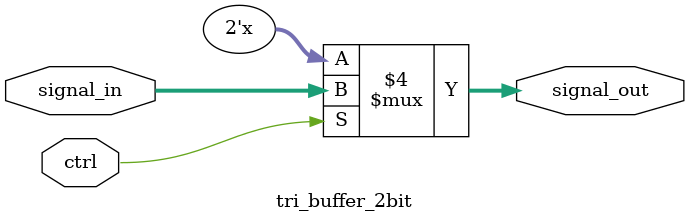
<source format=v>
module tri_buffer(
    input [63:0] signal_in,
    input ctrl,
    output reg [63:0] signal_out
);

    always @(*)
    begin
        if (ctrl == 0)
           signal_out = 64'bz;
        else
           signal_out = signal_in;
    end
endmodule

module tri_buffer_2bit(
    input [1:0] signal_in,
    input ctrl,
    output reg [1:0] signal_out
);

    always @(*)
    begin
        if (ctrl == 0)
           signal_out = 2'bz;
        else
           signal_out = signal_in;
    end
endmodule
</source>
